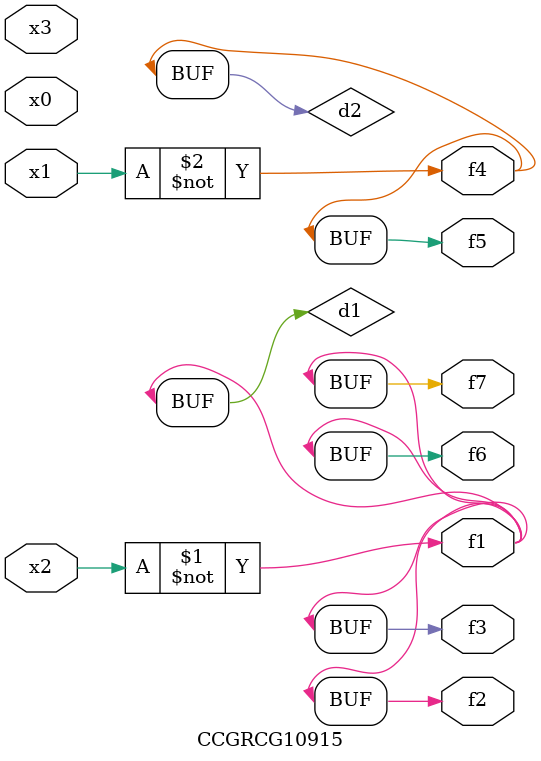
<source format=v>
module CCGRCG10915(
	input x0, x1, x2, x3,
	output f1, f2, f3, f4, f5, f6, f7
);

	wire d1, d2;

	xnor (d1, x2);
	not (d2, x1);
	assign f1 = d1;
	assign f2 = d1;
	assign f3 = d1;
	assign f4 = d2;
	assign f5 = d2;
	assign f6 = d1;
	assign f7 = d1;
endmodule

</source>
